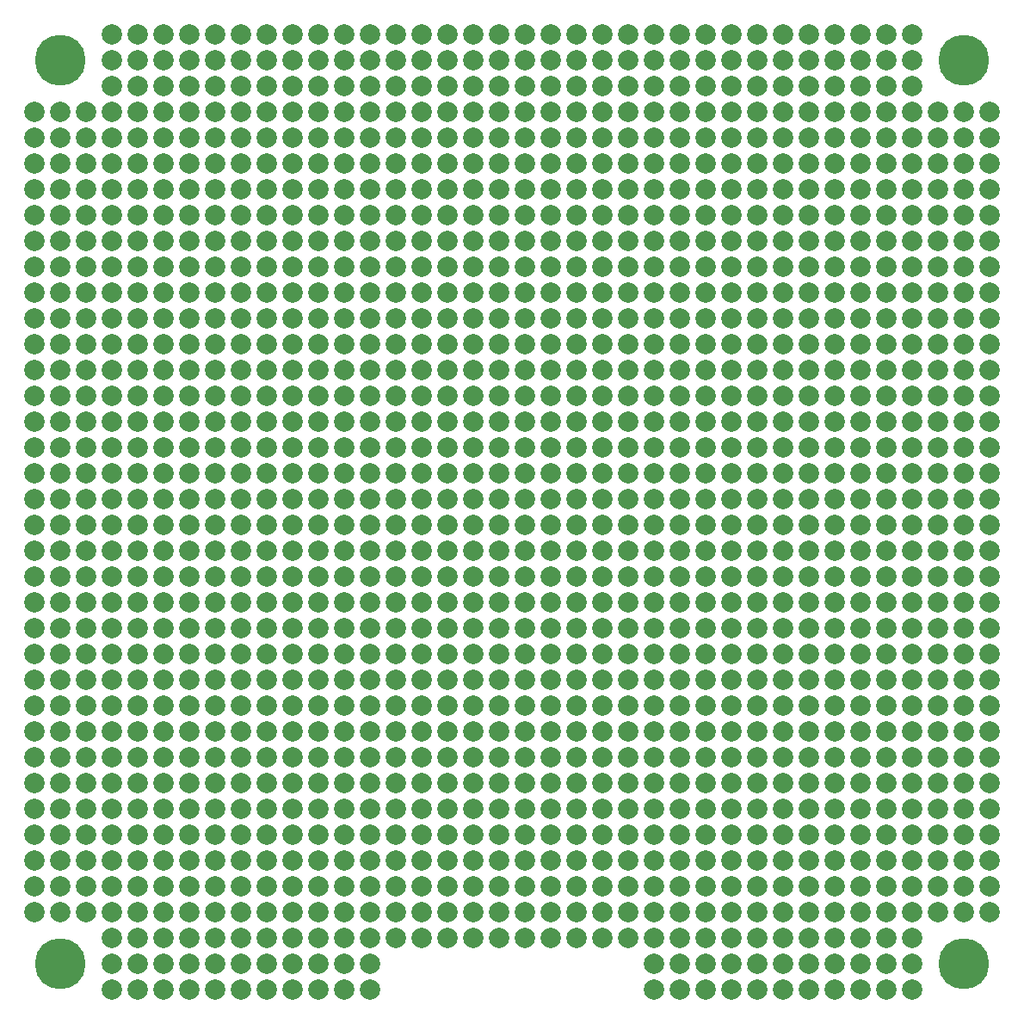
<source format=gts>
%TF.GenerationSoftware,KiCad,Pcbnew,7.0.2*%
%TF.CreationDate,2023-04-30T21:26:10+08:00*%
%TF.ProjectId,UINIO-Peg-Board,55494e49-4f2d-4506-9567-2d426f617264,rev?*%
%TF.SameCoordinates,PXb951680PY32311f0*%
%TF.FileFunction,Soldermask,Top*%
%TF.FilePolarity,Negative*%
%FSLAX46Y46*%
G04 Gerber Fmt 4.6, Leading zero omitted, Abs format (unit mm)*
G04 Created by KiCad (PCBNEW 7.0.2) date 2023-04-30 21:26:10*
%MOMM*%
%LPD*%
G01*
G04 APERTURE LIST*
%ADD10C,2.000000*%
%ADD11C,5.000000*%
G04 APERTURE END LIST*
D10*
X-71664466Y-35945534D03*
X-25944466Y-71505534D03*
X-18324466Y-91825534D03*
X-89444466Y-13085534D03*
X-71664466Y-18165534D03*
X-31024466Y-8005534D03*
X-36104466Y-30865534D03*
X-84364466Y-56265534D03*
X-58964466Y-25785534D03*
X-544466Y-63885534D03*
X-51344466Y-15625534D03*
X-71664466Y-56265534D03*
X-544466Y-76585534D03*
X-91984466Y-20705534D03*
X-3084466Y-35945534D03*
X-15784466Y-10545534D03*
X-81824466Y-41025534D03*
X-15784466Y-30865534D03*
X-31024466Y-15625534D03*
X-76744466Y-35945534D03*
X-25944466Y-35945534D03*
X-74204466Y-91825534D03*
X-13244466Y-74045534D03*
X-84364466Y-91825534D03*
X1995534Y-76585534D03*
X-86904466Y-13085534D03*
X-33564466Y-5465534D03*
X-81824466Y-43565534D03*
X-79284466Y-94365534D03*
X-10704466Y-91825534D03*
X-31024466Y-28325534D03*
X-25944466Y-53725534D03*
X-53884466Y-2925534D03*
X-74204466Y-84205534D03*
X-5624466Y-25785534D03*
X-53884466Y-10545534D03*
X-79284466Y-58805534D03*
X-13244466Y-56265534D03*
X-76744466Y-13085534D03*
X-36104466Y-51185534D03*
X-13244466Y-46105534D03*
X-38644466Y-15625534D03*
X-15784466Y-48645534D03*
X-31024466Y-20705534D03*
X-28484466Y-33405534D03*
X-56424466Y-10545534D03*
X-13244466Y-48645534D03*
X-89444466Y-23245534D03*
X-56424466Y-56265534D03*
X-33564466Y-53725534D03*
X-79284466Y-48645534D03*
X-53884466Y-61345534D03*
X-76744466Y-74045534D03*
X-51344466Y-91825534D03*
X-28484466Y-25785534D03*
X-43724466Y-2925534D03*
X-61504466Y-8005534D03*
X-28484466Y-23245534D03*
X-64044466Y-76585534D03*
X-544466Y-48645534D03*
X-38644466Y-2925534D03*
X1995534Y-79125534D03*
X-13244466Y-71505534D03*
X-36104466Y-53725534D03*
X-86904466Y-66425534D03*
X-3084466Y-51185534D03*
D11*
X-544466Y-94365534D03*
D10*
X-10704466Y-71505534D03*
X-91984466Y-33405534D03*
X-46264466Y-23245534D03*
X-89444466Y-68965534D03*
X-48804466Y-51185534D03*
X-56424466Y-66425534D03*
X-18324466Y-25785534D03*
X-53884466Y-23245534D03*
X-58964466Y-68965534D03*
X-64044466Y-20705534D03*
X-43724466Y-25785534D03*
X-71664466Y-25785534D03*
X-91984466Y-89285534D03*
X-48804466Y-41025534D03*
X-81824466Y-13085534D03*
X-46264466Y-28325534D03*
X1995534Y-66425534D03*
X-51344466Y-58805534D03*
X-5624466Y-2925534D03*
X-15784466Y-46105534D03*
X-13244466Y-68965534D03*
X-86904466Y-43565534D03*
X-81824466Y-5465534D03*
X-89444466Y-89285534D03*
X-86904466Y-68965534D03*
X-61504466Y-25785534D03*
X-76744466Y-10545534D03*
X-43724466Y-71505534D03*
X-38644466Y-68965534D03*
X-41184466Y-84205534D03*
X-23404466Y-5465534D03*
X-58964466Y-48645534D03*
X-41184466Y-23245534D03*
X-56424466Y-71505534D03*
X-71664466Y-53725534D03*
X-48804466Y-71505534D03*
X-43724466Y-66425534D03*
X-46264466Y-86745534D03*
X-79284466Y-8005534D03*
X-64044466Y-68965534D03*
X-71664466Y-58805534D03*
X-86904466Y-58805534D03*
X-61504466Y-71505534D03*
X-25944466Y-79125534D03*
X-74204466Y-96905534D03*
X-18324466Y-61345534D03*
X-76744466Y-91825534D03*
X-71664466Y-41025534D03*
X-38644466Y-76585534D03*
X-43724466Y-74045534D03*
X-66584466Y-61345534D03*
X-64044466Y-71505534D03*
X-13244466Y-89285534D03*
X-5624466Y-89285534D03*
X-58964466Y-53725534D03*
X-38644466Y-79125534D03*
X-31024466Y-48645534D03*
X-36104466Y-10545534D03*
X-18324466Y-10545534D03*
X-46264466Y-35945534D03*
X-5624466Y-8005534D03*
X-61504466Y-48645534D03*
X-41184466Y-38485534D03*
X-544466Y-20705534D03*
X-66584466Y-84205534D03*
X-5624466Y-5465534D03*
X-36104466Y-61345534D03*
X-53884466Y-89285534D03*
X-18324466Y-8005534D03*
X-61504466Y-91825534D03*
X-61504466Y-66425534D03*
X-46264466Y-18165534D03*
X-64044466Y-33405534D03*
X-15784466Y-91825534D03*
X-48804466Y-81665534D03*
X-25944466Y-28325534D03*
X-33564466Y-23245534D03*
X-10704466Y-38485534D03*
X-74204466Y-18165534D03*
X-38644466Y-18165534D03*
X-58964466Y-8005534D03*
X-3084466Y-41025534D03*
X-13244466Y-43565534D03*
X-36104466Y-13085534D03*
X-31024466Y-61345534D03*
X-18324466Y-46105534D03*
X-33564466Y-28325534D03*
X-36104466Y-2925534D03*
X-28484466Y-41025534D03*
X-64044466Y-61345534D03*
X-10704466Y-8005534D03*
X-33564466Y-48645534D03*
X-79284466Y-18165534D03*
X-84364466Y-68965534D03*
X-76744466Y-76585534D03*
X-15784466Y-8005534D03*
X-79284466Y-84205534D03*
X-89444466Y-28325534D03*
X-51344466Y-18165534D03*
X-46264466Y-5465534D03*
X-64044466Y-53725534D03*
X-48804466Y-13085534D03*
X-79284466Y-89285534D03*
X-8164466Y-58805534D03*
X-18324466Y-94365534D03*
X-66584466Y-25785534D03*
X-66584466Y-91825534D03*
X-84364466Y-15625534D03*
X-79284466Y-53725534D03*
X-18324466Y-63885534D03*
X-48804466Y-28325534D03*
X-89444466Y-63885534D03*
X-544466Y-18165534D03*
X-5624466Y-51185534D03*
X-66584466Y-20705534D03*
X-51344466Y-66425534D03*
X-53884466Y-84205534D03*
X-43724466Y-76585534D03*
X-89444466Y-84205534D03*
X-41184466Y-33405534D03*
X-18324466Y-79125534D03*
X-31024466Y-25785534D03*
X-20864466Y-76585534D03*
X-46264466Y-53725534D03*
X-8164466Y-96905534D03*
X-56424466Y-86745534D03*
X-89444466Y-38485534D03*
X-41184466Y-30865534D03*
X1995534Y-71505534D03*
X-13244466Y-58805534D03*
X-48804466Y-79125534D03*
X-46264466Y-76585534D03*
X-31024466Y-94365534D03*
X-28484466Y-46105534D03*
X-31024466Y-79125534D03*
X-81824466Y-23245534D03*
X-51344466Y-13085534D03*
X-56424466Y-76585534D03*
X-43724466Y-43565534D03*
X-48804466Y-38485534D03*
X-56424466Y-58805534D03*
X-31024466Y-33405534D03*
X-69124466Y-35945534D03*
X-41184466Y-71505534D03*
X-18324466Y-84205534D03*
X-84364466Y-71505534D03*
X-46264466Y-38485534D03*
X-544466Y-10545534D03*
X-3084466Y-23245534D03*
X-91984466Y-43565534D03*
X-81824466Y-79125534D03*
X-71664466Y-61345534D03*
X-43724466Y-46105534D03*
X-51344466Y-81665534D03*
X-66584466Y-15625534D03*
X-48804466Y-63885534D03*
X-56424466Y-43565534D03*
X1995534Y-84205534D03*
X-69124466Y-30865534D03*
X-10704466Y-35945534D03*
X-66584466Y-35945534D03*
X-86904466Y-86745534D03*
X-23404466Y-94365534D03*
X-10704466Y-51185534D03*
X-81824466Y-94365534D03*
X-69124466Y-23245534D03*
X-51344466Y-79125534D03*
X-33564466Y-71505534D03*
X-64044466Y-28325534D03*
X-3084466Y-86745534D03*
X-58964466Y-81665534D03*
X1995534Y-86745534D03*
X-41184466Y-13085534D03*
X-48804466Y-15625534D03*
X-43724466Y-35945534D03*
X-43724466Y-61345534D03*
X-76744466Y-89285534D03*
X-74204466Y-35945534D03*
X-48804466Y-18165534D03*
X-46264466Y-91825534D03*
X-544466Y-86745534D03*
X-38644466Y-35945534D03*
X-33564466Y-58805534D03*
X-74204466Y-94365534D03*
X-3084466Y-84205534D03*
X-91984466Y-28325534D03*
X-43724466Y-53725534D03*
X-46264466Y-8005534D03*
X-61504466Y-5465534D03*
X-61504466Y-63885534D03*
X-20864466Y-58805534D03*
X-69124466Y-56265534D03*
X-10704466Y-10545534D03*
X-48804466Y-20705534D03*
X-3084466Y-66425534D03*
X-8164466Y-43565534D03*
X-3084466Y-33405534D03*
X-81824466Y-35945534D03*
X-18324466Y-66425534D03*
X-81824466Y-68965534D03*
X-46264466Y-30865534D03*
X-81824466Y-61345534D03*
X-89444466Y-81665534D03*
X-79284466Y-91825534D03*
X-64044466Y-35945534D03*
X-18324466Y-15625534D03*
X-58964466Y-96905534D03*
X-64044466Y-96905534D03*
X-10704466Y-43565534D03*
X-10704466Y-5465534D03*
X-15784466Y-35945534D03*
X-28484466Y-28325534D03*
X-33564466Y-35945534D03*
X-20864466Y-79125534D03*
X-86904466Y-30865534D03*
X-76744466Y-71505534D03*
X-56424466Y-41025534D03*
X-53884466Y-33405534D03*
X-15784466Y-86745534D03*
X-71664466Y-91825534D03*
X-48804466Y-53725534D03*
X-15784466Y-94365534D03*
X-46264466Y-20705534D03*
X-5624466Y-81665534D03*
X-91984466Y-41025534D03*
X-20864466Y-28325534D03*
X-33564466Y-79125534D03*
X-3084466Y-28325534D03*
X-28484466Y-10545534D03*
X-5624466Y-91825534D03*
X-13244466Y-5465534D03*
X-76744466Y-8005534D03*
X-25944466Y-18165534D03*
X-38644466Y-23245534D03*
X-56424466Y-51185534D03*
X-28484466Y-96905534D03*
X-91984466Y-10545534D03*
X-79284466Y-28325534D03*
X-79284466Y-71505534D03*
X-81824466Y-46105534D03*
X-64044466Y-51185534D03*
X-71664466Y-94365534D03*
X-79284466Y-63885534D03*
X-15784466Y-61345534D03*
X-79284466Y-2925534D03*
X-28484466Y-81665534D03*
X-51344466Y-74045534D03*
X1995534Y-23245534D03*
X-544466Y-53725534D03*
X-56424466Y-84205534D03*
X-61504466Y-18165534D03*
X-51344466Y-8005534D03*
X-79284466Y-86745534D03*
X-74204466Y-15625534D03*
X-15784466Y-2925534D03*
X-23404466Y-79125534D03*
X-544466Y-71505534D03*
X1995534Y-35945534D03*
X-81824466Y-18165534D03*
X-20864466Y-30865534D03*
X-64044466Y-81665534D03*
X-15784466Y-23245534D03*
X-23404466Y-91825534D03*
X-23404466Y-86745534D03*
X-53884466Y-8005534D03*
X-10704466Y-61345534D03*
X-41184466Y-10545534D03*
X-61504466Y-51185534D03*
X-91984466Y-48645534D03*
X-48804466Y-35945534D03*
X-46264466Y-43565534D03*
X-89444466Y-15625534D03*
X-28484466Y-13085534D03*
X-43724466Y-13085534D03*
X-86904466Y-61345534D03*
X-79284466Y-20705534D03*
X-20864466Y-23245534D03*
X-71664466Y-96905534D03*
X-58964466Y-30865534D03*
X-33564466Y-91825534D03*
X-3084466Y-13085534D03*
X-79284466Y-51185534D03*
X-64044466Y-25785534D03*
X-31024466Y-63885534D03*
X-13244466Y-84205534D03*
X-10704466Y-89285534D03*
X-46264466Y-89285534D03*
X-46264466Y-66425534D03*
X-74204466Y-74045534D03*
X1995534Y-20705534D03*
X-13244466Y-79125534D03*
X-76744466Y-15625534D03*
X-18324466Y-53725534D03*
X-58964466Y-79125534D03*
X-53884466Y-68965534D03*
X-18324466Y-89285534D03*
X-58964466Y-38485534D03*
X-43724466Y-58805534D03*
X-76744466Y-66425534D03*
X-64044466Y-48645534D03*
X-5624466Y-30865534D03*
X-58964466Y-51185534D03*
X-10704466Y-23245534D03*
X-61504466Y-23245534D03*
X-58964466Y-66425534D03*
X-69124466Y-41025534D03*
X-51344466Y-89285534D03*
X-91984466Y-23245534D03*
X-61504466Y-53725534D03*
X-28484466Y-61345534D03*
X1995534Y-18165534D03*
X-51344466Y-33405534D03*
X-64044466Y-8005534D03*
X-23404466Y-8005534D03*
X-74204466Y-8005534D03*
X-51344466Y-23245534D03*
X-25944466Y-58805534D03*
X-43724466Y-84205534D03*
X-15784466Y-51185534D03*
X-61504466Y-76585534D03*
X-31024466Y-89285534D03*
X-25944466Y-81665534D03*
X-51344466Y-51185534D03*
X-23404466Y-23245534D03*
X-544466Y-35945534D03*
X-76744466Y-46105534D03*
X-28484466Y-51185534D03*
X-53884466Y-15625534D03*
X-3084466Y-74045534D03*
X-28484466Y-38485534D03*
X1995534Y-13085534D03*
X-20864466Y-61345534D03*
X-79284466Y-68965534D03*
X-3084466Y-10545534D03*
X-51344466Y-61345534D03*
X-25944466Y-10545534D03*
X-46264466Y-84205534D03*
X-8164466Y-56265534D03*
X-41184466Y-76585534D03*
X-36104466Y-23245534D03*
X-84364466Y-86745534D03*
X-5624466Y-13085534D03*
X-10704466Y-2925534D03*
X-66584466Y-94365534D03*
X-69124466Y-15625534D03*
X-3084466Y-18165534D03*
X-23404466Y-38485534D03*
X-61504466Y-81665534D03*
X-66584466Y-86745534D03*
X-81824466Y-48645534D03*
X-69124466Y-58805534D03*
X-13244466Y-8005534D03*
X-3084466Y-81665534D03*
X-66584466Y-68965534D03*
X-69124466Y-5465534D03*
X-46264466Y-51185534D03*
X-66584466Y-56265534D03*
X-58964466Y-61345534D03*
X-18324466Y-18165534D03*
X-3084466Y-58805534D03*
X-61504466Y-46105534D03*
X-31024466Y-58805534D03*
D11*
X-89444466Y-94365534D03*
D10*
X-13244466Y-41025534D03*
X-48804466Y-10545534D03*
X-66584466Y-8005534D03*
X-53884466Y-38485534D03*
X-76744466Y-38485534D03*
X-20864466Y-18165534D03*
X-43724466Y-51185534D03*
X-25944466Y-86745534D03*
X-18324466Y-51185534D03*
X-64044466Y-30865534D03*
X-8164466Y-68965534D03*
X-74204466Y-20705534D03*
X-71664466Y-84205534D03*
X-51344466Y-43565534D03*
X-79284466Y-41025534D03*
X-41184466Y-20705534D03*
X-18324466Y-13085534D03*
X1995534Y-48645534D03*
X-61504466Y-43565534D03*
X1995534Y-43565534D03*
X-33564466Y-13085534D03*
X-76744466Y-86745534D03*
X-28484466Y-2925534D03*
X-41184466Y-35945534D03*
X-3084466Y-43565534D03*
X-33564466Y-38485534D03*
X-15784466Y-96905534D03*
X-64044466Y-74045534D03*
X-69124466Y-46105534D03*
X-61504466Y-79125534D03*
X-74204466Y-51185534D03*
X-48804466Y-46105534D03*
X-71664466Y-28325534D03*
X-20864466Y-74045534D03*
X-5624466Y-84205534D03*
X-544466Y-23245534D03*
X-23404466Y-35945534D03*
X-74204466Y-56265534D03*
X-13244466Y-13085534D03*
X-69124466Y-94365534D03*
X1995534Y-33405534D03*
X-48804466Y-8005534D03*
X-91984466Y-71505534D03*
X-53884466Y-58805534D03*
X-53884466Y-28325534D03*
X-5624466Y-33405534D03*
X-544466Y-30865534D03*
X-58964466Y-23245534D03*
X-31024466Y-74045534D03*
X-15784466Y-71505534D03*
X-69124466Y-20705534D03*
X-10704466Y-79125534D03*
X-33564466Y-76585534D03*
X-51344466Y-5465534D03*
X-71664466Y-51185534D03*
X-74204466Y-25785534D03*
X-8164466Y-46105534D03*
X-69124466Y-91825534D03*
X-76744466Y-2925534D03*
X-69124466Y-84205534D03*
X-69124466Y-43565534D03*
X-84364466Y-66425534D03*
X-10704466Y-41025534D03*
X-79284466Y-23245534D03*
X-43724466Y-33405534D03*
X-56424466Y-74045534D03*
X-18324466Y-76585534D03*
X-544466Y-51185534D03*
X-69124466Y-53725534D03*
X-81824466Y-86745534D03*
X-8164466Y-71505534D03*
X-15784466Y-58805534D03*
X-31024466Y-56265534D03*
X-66584466Y-71505534D03*
X-13244466Y-66425534D03*
X1995534Y-28325534D03*
X-31024466Y-5465534D03*
X-38644466Y-86745534D03*
X-53884466Y-20705534D03*
X-20864466Y-96905534D03*
X-91984466Y-81665534D03*
X-86904466Y-89285534D03*
X-38644466Y-28325534D03*
X-5624466Y-96905534D03*
X-38644466Y-43565534D03*
X-5624466Y-46105534D03*
X-13244466Y-18165534D03*
X-36104466Y-66425534D03*
X-25944466Y-61345534D03*
X-23404466Y-25785534D03*
X-38644466Y-91825534D03*
X-10704466Y-28325534D03*
X-5624466Y-68965534D03*
X-69124466Y-2925534D03*
X-84364466Y-28325534D03*
X-66584466Y-23245534D03*
X-25944466Y-23245534D03*
X-84364466Y-58805534D03*
X-41184466Y-41025534D03*
X-71664466Y-5465534D03*
X-43724466Y-89285534D03*
X-33564466Y-8005534D03*
X-20864466Y-15625534D03*
X-20864466Y-41025534D03*
X-8164466Y-30865534D03*
X-8164466Y-10545534D03*
X-41184466Y-58805534D03*
X-28484466Y-84205534D03*
X-58964466Y-58805534D03*
X-33564466Y-46105534D03*
X-81824466Y-84205534D03*
X-3084466Y-25785534D03*
X-38644466Y-5465534D03*
X1995534Y-46105534D03*
X-48804466Y-84205534D03*
X-43724466Y-56265534D03*
X-74204466Y-38485534D03*
X-15784466Y-20705534D03*
X-58964466Y-74045534D03*
X-10704466Y-63885534D03*
X-41184466Y-56265534D03*
X-41184466Y-2925534D03*
X-56424466Y-5465534D03*
X-20864466Y-66425534D03*
X-74204466Y-30865534D03*
X-20864466Y-8005534D03*
X-36104466Y-68965534D03*
X-544466Y-58805534D03*
X-544466Y-74045534D03*
X-36104466Y-18165534D03*
X-61504466Y-15625534D03*
X-8164466Y-91825534D03*
X-86904466Y-81665534D03*
X-25944466Y-20705534D03*
X-25944466Y-48645534D03*
X-74204466Y-41025534D03*
X-20864466Y-2925534D03*
X-56424466Y-38485534D03*
X-31024466Y-91825534D03*
X-544466Y-61345534D03*
X-15784466Y-76585534D03*
X-31024466Y-71505534D03*
X-8164466Y-48645534D03*
X-56424466Y-61345534D03*
X-48804466Y-74045534D03*
X-74204466Y-53725534D03*
X-36104466Y-63885534D03*
X-86904466Y-71505534D03*
X-69124466Y-18165534D03*
X-18324466Y-86745534D03*
X-8164466Y-89285534D03*
X-20864466Y-89285534D03*
X-10704466Y-46105534D03*
X-86904466Y-41025534D03*
X-36104466Y-48645534D03*
X-86904466Y-76585534D03*
X-41184466Y-28325534D03*
X-38644466Y-38485534D03*
X-33564466Y-66425534D03*
X1995534Y-10545534D03*
X-28484466Y-30865534D03*
X-51344466Y-25785534D03*
X-25944466Y-74045534D03*
X-5624466Y-86745534D03*
X-91984466Y-74045534D03*
X-25944466Y-89285534D03*
X-5624466Y-74045534D03*
X-69124466Y-28325534D03*
X-46264466Y-2925534D03*
X-20864466Y-48645534D03*
X-58964466Y-91825534D03*
X1995534Y-61345534D03*
X-89444466Y-51185534D03*
X-23404466Y-53725534D03*
X-5624466Y-15625534D03*
X-84364466Y-79125534D03*
X-31024466Y-10545534D03*
X-76744466Y-53725534D03*
X-61504466Y-58805534D03*
X-13244466Y-20705534D03*
X-28484466Y-71505534D03*
X-8164466Y-38485534D03*
X-15784466Y-74045534D03*
X-23404466Y-58805534D03*
X-51344466Y-76585534D03*
X-31024466Y-18165534D03*
D11*
X-89444466Y-5465534D03*
D10*
X-5624466Y-28325534D03*
X-10704466Y-58805534D03*
X-66584466Y-30865534D03*
X-69124466Y-66425534D03*
X-84364466Y-5465534D03*
X1995534Y-81665534D03*
X-81824466Y-10545534D03*
X-20864466Y-68965534D03*
X-41184466Y-18165534D03*
X-544466Y-79125534D03*
X-13244466Y-86745534D03*
X-23404466Y-28325534D03*
X-76744466Y-51185534D03*
X-13244466Y-76585534D03*
X-43724466Y-63885534D03*
X-41184466Y-43565534D03*
X-86904466Y-84205534D03*
X-8164466Y-79125534D03*
X-74204466Y-28325534D03*
X-36104466Y-89285534D03*
X-79284466Y-38485534D03*
X-86904466Y-63885534D03*
X-76744466Y-68965534D03*
X-41184466Y-25785534D03*
X1995534Y-30865534D03*
X-8164466Y-66425534D03*
X-71664466Y-10545534D03*
X-544466Y-33405534D03*
X-79284466Y-56265534D03*
X-48804466Y-25785534D03*
X-41184466Y-66425534D03*
X-89444466Y-41025534D03*
X-58964466Y-46105534D03*
X-86904466Y-48645534D03*
X-13244466Y-38485534D03*
X-10704466Y-86745534D03*
X-86904466Y-51185534D03*
X-64044466Y-91825534D03*
X-71664466Y-48645534D03*
X-56424466Y-53725534D03*
X-20864466Y-56265534D03*
X-46264466Y-56265534D03*
X-51344466Y-48645534D03*
X-20864466Y-38485534D03*
X-15784466Y-41025534D03*
X-81824466Y-8005534D03*
X-89444466Y-74045534D03*
X-51344466Y-56265534D03*
X-66584466Y-58805534D03*
X-84364466Y-48645534D03*
X-81824466Y-15625534D03*
X-89444466Y-18165534D03*
X-56424466Y-8005534D03*
X-64044466Y-86745534D03*
X-58964466Y-71505534D03*
X-51344466Y-38485534D03*
X-28484466Y-89285534D03*
X-61504466Y-94365534D03*
X-13244466Y-94365534D03*
X-66584466Y-2925534D03*
X-13244466Y-30865534D03*
X-43724466Y-68965534D03*
X-38644466Y-48645534D03*
X-56424466Y-28325534D03*
X-31024466Y-30865534D03*
X-53884466Y-56265534D03*
X-20864466Y-63885534D03*
X-76744466Y-43565534D03*
X-5624466Y-53725534D03*
X-91984466Y-15625534D03*
X-20864466Y-81665534D03*
X-5624466Y-38485534D03*
X-71664466Y-74045534D03*
X-84364466Y-23245534D03*
X-10704466Y-76585534D03*
X-544466Y-28325534D03*
X-25944466Y-2925534D03*
X-71664466Y-66425534D03*
X-91984466Y-25785534D03*
X-23404466Y-13085534D03*
X-8164466Y-84205534D03*
X-64044466Y-5465534D03*
X-48804466Y-48645534D03*
X-84364466Y-41025534D03*
X-74204466Y-10545534D03*
X-18324466Y-5465534D03*
X-76744466Y-5465534D03*
X-64044466Y-41025534D03*
X-33564466Y-20705534D03*
X-69124466Y-74045534D03*
X-3084466Y-56265534D03*
X-18324466Y-68965534D03*
X-66584466Y-96905534D03*
X-25944466Y-94365534D03*
X-10704466Y-66425534D03*
X-69124466Y-10545534D03*
X-38644466Y-33405534D03*
X-76744466Y-28325534D03*
X-86904466Y-35945534D03*
X-15784466Y-84205534D03*
X-69124466Y-76585534D03*
X-38644466Y-63885534D03*
X-33564466Y-63885534D03*
X-46264466Y-48645534D03*
X-53884466Y-79125534D03*
X-86904466Y-56265534D03*
X-89444466Y-48645534D03*
X-53884466Y-35945534D03*
X-18324466Y-35945534D03*
X-76744466Y-23245534D03*
X-43724466Y-79125534D03*
X-28484466Y-94365534D03*
X-71664466Y-43565534D03*
X-76744466Y-79125534D03*
X-41184466Y-89285534D03*
X-89444466Y-66425534D03*
X-31024466Y-86745534D03*
X-53884466Y-30865534D03*
X-61504466Y-56265534D03*
X-3084466Y-76585534D03*
X-36104466Y-38485534D03*
X-58964466Y-63885534D03*
X-48804466Y-61345534D03*
X-61504466Y-41025534D03*
X-5624466Y-56265534D03*
X-33564466Y-18165534D03*
X-38644466Y-8005534D03*
X-86904466Y-79125534D03*
X-43724466Y-5465534D03*
X-58964466Y-28325534D03*
X-23404466Y-15625534D03*
X-38644466Y-25785534D03*
X-38644466Y-61345534D03*
X1995534Y-53725534D03*
X-38644466Y-71505534D03*
X-56424466Y-48645534D03*
X-10704466Y-15625534D03*
X-36104466Y-81665534D03*
X-36104466Y-56265534D03*
X-41184466Y-5465534D03*
X-18324466Y-96905534D03*
X-8164466Y-61345534D03*
X-48804466Y-89285534D03*
X-28484466Y-58805534D03*
X-76744466Y-30865534D03*
X-81824466Y-66425534D03*
X-61504466Y-84205534D03*
X-79284466Y-46105534D03*
X-84364466Y-10545534D03*
X-89444466Y-43565534D03*
X-48804466Y-91825534D03*
X-23404466Y-46105534D03*
X-69124466Y-71505534D03*
X-66584466Y-48645534D03*
X-10704466Y-84205534D03*
X-46264466Y-74045534D03*
X-79284466Y-33405534D03*
X-91984466Y-13085534D03*
X-23404466Y-43565534D03*
X-25944466Y-51185534D03*
X-74204466Y-66425534D03*
X-79284466Y-30865534D03*
X-13244466Y-23245534D03*
X-69124466Y-86745534D03*
X-38644466Y-20705534D03*
X-41184466Y-15625534D03*
X-61504466Y-28325534D03*
X-15784466Y-5465534D03*
X-38644466Y-13085534D03*
X-84364466Y-20705534D03*
X-18324466Y-20705534D03*
X-13244466Y-2925534D03*
X-84364466Y-33405534D03*
X-84364466Y-8005534D03*
X-46264466Y-68965534D03*
X-86904466Y-15625534D03*
X-25944466Y-41025534D03*
X-33564466Y-68965534D03*
X-89444466Y-35945534D03*
X-74204466Y-89285534D03*
X-86904466Y-46105534D03*
X-8164466Y-5465534D03*
X-544466Y-41025534D03*
X-13244466Y-33405534D03*
X-84364466Y-74045534D03*
X-74204466Y-58805534D03*
X-61504466Y-96905534D03*
X-23404466Y-89285534D03*
X-89444466Y-79125534D03*
X-23404466Y-81665534D03*
X-38644466Y-51185534D03*
X-10704466Y-74045534D03*
X-71664466Y-8005534D03*
X-69124466Y-89285534D03*
X-8164466Y-63885534D03*
X-5624466Y-18165534D03*
X-13244466Y-81665534D03*
X-69124466Y-81665534D03*
X-36104466Y-41025534D03*
X-84364466Y-89285534D03*
X-25944466Y-33405534D03*
X-38644466Y-10545534D03*
X-74204466Y-5465534D03*
X-15784466Y-89285534D03*
X-36104466Y-5465534D03*
X-71664466Y-63885534D03*
X-31024466Y-84205534D03*
X-3084466Y-48645534D03*
X-3084466Y-79125534D03*
X-71664466Y-68965534D03*
X-91984466Y-58805534D03*
X-79284466Y-81665534D03*
X-58964466Y-86745534D03*
X-79284466Y-61345534D03*
X-48804466Y-43565534D03*
X-23404466Y-10545534D03*
X-36104466Y-28325534D03*
X-56424466Y-20705534D03*
X-53884466Y-91825534D03*
X-31024466Y-41025534D03*
X-20864466Y-86745534D03*
X-84364466Y-63885534D03*
X-46264466Y-13085534D03*
X1995534Y-51185534D03*
X-25944466Y-96905534D03*
X-89444466Y-30865534D03*
X-51344466Y-20705534D03*
X-31024466Y-96905534D03*
X-89444466Y-53725534D03*
X-10704466Y-20705534D03*
X-69124466Y-68965534D03*
X-25944466Y-46105534D03*
X1995534Y-58805534D03*
X-53884466Y-18165534D03*
X-8164466Y-15625534D03*
X-41184466Y-74045534D03*
X-20864466Y-35945534D03*
X-53884466Y-71505534D03*
X-58964466Y-10545534D03*
X-25944466Y-8005534D03*
X-41184466Y-79125534D03*
X-48804466Y-58805534D03*
X-79284466Y-76585534D03*
X-18324466Y-28325534D03*
X-76744466Y-81665534D03*
X-36104466Y-84205534D03*
X-46264466Y-63885534D03*
X-79284466Y-10545534D03*
X-36104466Y-86745534D03*
X-89444466Y-46105534D03*
X-89444466Y-58805534D03*
X-58964466Y-94365534D03*
X-91984466Y-79125534D03*
X-71664466Y-79125534D03*
X-66584466Y-41025534D03*
X-15784466Y-25785534D03*
X-13244466Y-35945534D03*
X-76744466Y-20705534D03*
X-31024466Y-81665534D03*
X-74204466Y-23245534D03*
X-31024466Y-13085534D03*
X-13244466Y-15625534D03*
X-18324466Y-23245534D03*
X-89444466Y-20705534D03*
X-41184466Y-68965534D03*
X-25944466Y-30865534D03*
X1995534Y-41025534D03*
X-3084466Y-68965534D03*
X-91984466Y-53725534D03*
X-23404466Y-18165534D03*
X-41184466Y-51185534D03*
X-28484466Y-76585534D03*
X-36104466Y-43565534D03*
X-43724466Y-20705534D03*
X-51344466Y-84205534D03*
X-56424466Y-89285534D03*
X-66584466Y-79125534D03*
X-10704466Y-56265534D03*
X-74204466Y-68965534D03*
X-71664466Y-13085534D03*
X-18324466Y-48645534D03*
X-84364466Y-94365534D03*
X-66584466Y-89285534D03*
X-15784466Y-18165534D03*
X-544466Y-13085534D03*
X-53884466Y-43565534D03*
X-56424466Y-33405534D03*
X-64044466Y-23245534D03*
X-48804466Y-5465534D03*
X-91984466Y-46105534D03*
X-46264466Y-81665534D03*
X-544466Y-81665534D03*
X-5624466Y-66425534D03*
X-5624466Y-48645534D03*
X-5624466Y-63885534D03*
X-76744466Y-56265534D03*
X-79284466Y-35945534D03*
X-53884466Y-48645534D03*
X-10704466Y-68965534D03*
X-89444466Y-25785534D03*
X-33564466Y-43565534D03*
X-48804466Y-56265534D03*
X-56424466Y-23245534D03*
X-20864466Y-43565534D03*
X-66584466Y-18165534D03*
D11*
X-544466Y-5465534D03*
D10*
X-33564466Y-74045534D03*
X-81824466Y-20705534D03*
X-51344466Y-71505534D03*
X-544466Y-46105534D03*
X-43724466Y-15625534D03*
X-56424466Y-68965534D03*
X-15784466Y-15625534D03*
X-48804466Y-76585534D03*
X-23404466Y-41025534D03*
X-13244466Y-25785534D03*
X-74204466Y-46105534D03*
X-64044466Y-94365534D03*
X-41184466Y-53725534D03*
X-81824466Y-76585534D03*
X-81824466Y-30865534D03*
X-91984466Y-84205534D03*
X-71664466Y-81665534D03*
X-66584466Y-28325534D03*
X-81824466Y-74045534D03*
X-25944466Y-68965534D03*
X-43724466Y-91825534D03*
X-64044466Y-46105534D03*
X-38644466Y-56265534D03*
X-5624466Y-35945534D03*
X-91984466Y-18165534D03*
X-15784466Y-38485534D03*
X-91984466Y-86745534D03*
X-544466Y-68965534D03*
X-23404466Y-61345534D03*
X-56424466Y-15625534D03*
X-33564466Y-30865534D03*
X-33564466Y-41025534D03*
X-84364466Y-96905534D03*
X-18324466Y-38485534D03*
X-28484466Y-56265534D03*
X-20864466Y-33405534D03*
X-25944466Y-84205534D03*
X-51344466Y-10545534D03*
X-64044466Y-13085534D03*
X-33564466Y-89285534D03*
X-61504466Y-10545534D03*
X-36104466Y-91825534D03*
X-25944466Y-66425534D03*
X-58964466Y-84205534D03*
X-61504466Y-68965534D03*
X-69124466Y-33405534D03*
X-64044466Y-89285534D03*
X-36104466Y-33405534D03*
X-74204466Y-61345534D03*
X-81824466Y-63885534D03*
X-18324466Y-43565534D03*
X-10704466Y-25785534D03*
X-544466Y-25785534D03*
X-66584466Y-5465534D03*
X-46264466Y-41025534D03*
X-71664466Y-89285534D03*
X-3084466Y-38485534D03*
X-79284466Y-25785534D03*
X-18324466Y-56265534D03*
X-71664466Y-20705534D03*
X-28484466Y-68965534D03*
X-3084466Y-63885534D03*
X-51344466Y-41025534D03*
X-5624466Y-94365534D03*
X-33564466Y-25785534D03*
X-74204466Y-2925534D03*
X-8164466Y-18165534D03*
X-28484466Y-5465534D03*
X-84364466Y-38485534D03*
X-544466Y-15625534D03*
X-10704466Y-96905534D03*
X-64044466Y-58805534D03*
X-544466Y-84205534D03*
X-79284466Y-15625534D03*
X-48804466Y-68965534D03*
X-61504466Y-33405534D03*
X-76744466Y-48645534D03*
X-81824466Y-28325534D03*
X-66584466Y-33405534D03*
X-58964466Y-13085534D03*
X-91984466Y-61345534D03*
X-23404466Y-20705534D03*
X-74204466Y-33405534D03*
X-13244466Y-10545534D03*
X-5624466Y-41025534D03*
X-46264466Y-15625534D03*
X-51344466Y-68965534D03*
X-74204466Y-86745534D03*
X-43724466Y-81665534D03*
X-33564466Y-15625534D03*
X-25944466Y-43565534D03*
X-66584466Y-76585534D03*
X-84364466Y-35945534D03*
X-31024466Y-46105534D03*
X-69124466Y-8005534D03*
X-91984466Y-51185534D03*
X-64044466Y-38485534D03*
X-25944466Y-15625534D03*
X-28484466Y-66425534D03*
X-71664466Y-15625534D03*
X-15784466Y-56265534D03*
X-53884466Y-53725534D03*
X-8164466Y-23245534D03*
X-81824466Y-25785534D03*
X-86904466Y-28325534D03*
X-74204466Y-81665534D03*
X-56424466Y-63885534D03*
X-79284466Y-79125534D03*
X-64044466Y-84205534D03*
X-48804466Y-33405534D03*
X-76744466Y-33405534D03*
X-28484466Y-79125534D03*
X-79284466Y-96905534D03*
X-10704466Y-30865534D03*
X-23404466Y-2925534D03*
X-43724466Y-30865534D03*
X-66584466Y-43565534D03*
X-38644466Y-89285534D03*
X-23404466Y-71505534D03*
X-53884466Y-76585534D03*
X-48804466Y-86745534D03*
X-20864466Y-53725534D03*
X-56424466Y-91825534D03*
X-38644466Y-58805534D03*
X-41184466Y-61345534D03*
X-66584466Y-53725534D03*
X-8164466Y-94365534D03*
X-61504466Y-13085534D03*
X-31024466Y-53725534D03*
X-53884466Y-86745534D03*
X-544466Y-38485534D03*
X-8164466Y-41025534D03*
X-38644466Y-46105534D03*
X-33564466Y-81665534D03*
X-13244466Y-61345534D03*
X-544466Y-89285534D03*
X-84364466Y-18165534D03*
X-38644466Y-81665534D03*
X-51344466Y-53725534D03*
X-36104466Y-46105534D03*
X-56424466Y-13085534D03*
X-76744466Y-96905534D03*
X1995534Y-74045534D03*
X-89444466Y-61345534D03*
X-18324466Y-71505534D03*
X-8164466Y-20705534D03*
X-43724466Y-38485534D03*
X-25944466Y-38485534D03*
X-3084466Y-71505534D03*
X-23404466Y-48645534D03*
X-58964466Y-5465534D03*
X-31024466Y-66425534D03*
X-20864466Y-10545534D03*
X-89444466Y-33405534D03*
X-38644466Y-84205534D03*
X-64044466Y-43565534D03*
X1995534Y-25785534D03*
X-31024466Y-35945534D03*
X-25944466Y-76585534D03*
X-61504466Y-74045534D03*
X-15784466Y-28325534D03*
X-56424466Y-81665534D03*
X-79284466Y-43565534D03*
X-51344466Y-86745534D03*
X-74204466Y-13085534D03*
X-66584466Y-63885534D03*
X-18324466Y-33405534D03*
X-20864466Y-94365534D03*
X-38644466Y-66425534D03*
X-544466Y-43565534D03*
X-86904466Y-38485534D03*
X-51344466Y-35945534D03*
X-84364466Y-81665534D03*
X-69124466Y-38485534D03*
X-20864466Y-91825534D03*
X-69124466Y-25785534D03*
X-81824466Y-89285534D03*
X-58964466Y-35945534D03*
X-89444466Y-86745534D03*
X-41184466Y-81665534D03*
X-56424466Y-79125534D03*
X-15784466Y-79125534D03*
X-76744466Y-18165534D03*
X-41184466Y-8005534D03*
X-69124466Y-63885534D03*
X-86904466Y-18165534D03*
X-18324466Y-81665534D03*
X-91984466Y-56265534D03*
X-61504466Y-2925534D03*
X-8164466Y-74045534D03*
X-15784466Y-81665534D03*
X-56424466Y-25785534D03*
X-3084466Y-15625534D03*
X-71664466Y-86745534D03*
X-56424466Y-30865534D03*
X-91984466Y-68965534D03*
X-544466Y-56265534D03*
X-25944466Y-13085534D03*
X-10704466Y-48645534D03*
X-36104466Y-35945534D03*
X-86904466Y-10545534D03*
X-5624466Y-61345534D03*
X-43724466Y-18165534D03*
X-69124466Y-96905534D03*
X-23404466Y-66425534D03*
X-28484466Y-15625534D03*
X-10704466Y-13085534D03*
X-5624466Y-23245534D03*
X-3084466Y-20705534D03*
X-20864466Y-13085534D03*
X-38644466Y-30865534D03*
X-61504466Y-89285534D03*
X-56424466Y-2925534D03*
X-20864466Y-46105534D03*
X-81824466Y-2925534D03*
X-5624466Y-79125534D03*
X-41184466Y-91825534D03*
X-18324466Y-30865534D03*
X-13244466Y-53725534D03*
X-84364466Y-51185534D03*
X-8164466Y-2925534D03*
X-64044466Y-66425534D03*
X-33564466Y-61345534D03*
X-66584466Y-46105534D03*
X-10704466Y-18165534D03*
X-41184466Y-46105534D03*
X-18324466Y-2925534D03*
X-64044466Y-2925534D03*
X-81824466Y-58805534D03*
X-36104466Y-15625534D03*
X-8164466Y-8005534D03*
X-51344466Y-46105534D03*
X-84364466Y-84205534D03*
X-48804466Y-23245534D03*
X-64044466Y-10545534D03*
X-53884466Y-81665534D03*
X-3084466Y-30865534D03*
X-10704466Y-53725534D03*
X-58964466Y-56265534D03*
X-31024466Y-68965534D03*
X-58964466Y-43565534D03*
X-28484466Y-18165534D03*
X-8164466Y-76585534D03*
X-79284466Y-66425534D03*
X-43724466Y-23245534D03*
X-69124466Y-79125534D03*
X1995534Y-56265534D03*
X-23404466Y-33405534D03*
X-58964466Y-41025534D03*
X-74204466Y-71505534D03*
X1995534Y-38485534D03*
X-43724466Y-41025534D03*
X-46264466Y-33405534D03*
X-61504466Y-86745534D03*
X-86904466Y-25785534D03*
X-86904466Y-33405534D03*
X-79284466Y-74045534D03*
X-23404466Y-74045534D03*
X-61504466Y-61345534D03*
X-53884466Y-13085534D03*
X-53884466Y-41025534D03*
X-46264466Y-46105534D03*
X-33564466Y-51185534D03*
X-74204466Y-48645534D03*
X-71664466Y-30865534D03*
X-71664466Y-38485534D03*
X-10704466Y-81665534D03*
X-86904466Y-53725534D03*
X-69124466Y-61345534D03*
X-86904466Y-20705534D03*
X-64044466Y-63885534D03*
X-84364466Y-53725534D03*
X-5624466Y-43565534D03*
X-10704466Y-33405534D03*
X-79284466Y-5465534D03*
X-28484466Y-74045534D03*
X-5624466Y-10545534D03*
X-43724466Y-28325534D03*
X-28484466Y-20705534D03*
X-36104466Y-58805534D03*
X-91984466Y-30865534D03*
X-81824466Y-91825534D03*
X-43724466Y-48645534D03*
X-91984466Y-76585534D03*
X-20864466Y-5465534D03*
X-61504466Y-20705534D03*
X-23404466Y-84205534D03*
X-76744466Y-63885534D03*
X-18324466Y-41025534D03*
X-33564466Y-10545534D03*
X-36104466Y-76585534D03*
X-58964466Y-33405534D03*
X-84364466Y-30865534D03*
X-66584466Y-74045534D03*
X-71664466Y-2925534D03*
X-91984466Y-38485534D03*
X-46264466Y-61345534D03*
X-41184466Y-86745534D03*
X-61504466Y-30865534D03*
X-8164466Y-28325534D03*
X1995534Y-15625534D03*
X-91984466Y-66425534D03*
X-79284466Y-13085534D03*
X-46264466Y-71505534D03*
X-15784466Y-43565534D03*
X-15784466Y-33405534D03*
X-8164466Y-51185534D03*
X-8164466Y-86745534D03*
X-23404466Y-68965534D03*
X-84364466Y-76585534D03*
X-56424466Y-46105534D03*
X-46264466Y-10545534D03*
X-8164466Y-53725534D03*
X-43724466Y-86745534D03*
X-10704466Y-94365534D03*
X-53884466Y-66425534D03*
X-51344466Y-63885534D03*
X-31024466Y-76585534D03*
X-8164466Y-33405534D03*
X-71664466Y-76585534D03*
X-25944466Y-91825534D03*
X-81824466Y-53725534D03*
X-64044466Y-56265534D03*
X-53884466Y-25785534D03*
X-36104466Y-74045534D03*
X-25944466Y-56265534D03*
X-5624466Y-58805534D03*
X-69124466Y-51185534D03*
X-36104466Y-71505534D03*
X-84364466Y-13085534D03*
X-86904466Y-23245534D03*
X-89444466Y-56265534D03*
X-28484466Y-8005534D03*
X-20864466Y-20705534D03*
X-58964466Y-76585534D03*
X-43724466Y-8005534D03*
X-38644466Y-41025534D03*
X-3084466Y-53725534D03*
X-15784466Y-13085534D03*
X-66584466Y-10545534D03*
X-64044466Y-15625534D03*
X-3084466Y-61345534D03*
X-31024466Y-2925534D03*
X-66584466Y-13085534D03*
X-28484466Y-48645534D03*
X-8164466Y-81665534D03*
X-84364466Y-61345534D03*
X-18324466Y-58805534D03*
X-13244466Y-63885534D03*
X-544466Y-66425534D03*
X-84364466Y-25785534D03*
X-66584466Y-66425534D03*
X-64044466Y-79125534D03*
X-51344466Y-28325534D03*
X-81824466Y-33405534D03*
X-76744466Y-84205534D03*
X-48804466Y-2925534D03*
X-51344466Y-2925534D03*
X-33564466Y-33405534D03*
X-71664466Y-71505534D03*
X-84364466Y-46105534D03*
X-28484466Y-86745534D03*
X-28484466Y-91825534D03*
X-76744466Y-61345534D03*
X-53884466Y-51185534D03*
X-13244466Y-91825534D03*
X-58964466Y-20705534D03*
X-8164466Y-13085534D03*
X-74204466Y-79125534D03*
X-13244466Y-28325534D03*
X-66584466Y-81665534D03*
X-58964466Y-89285534D03*
X-89444466Y-71505534D03*
X-8164466Y-25785534D03*
X-23404466Y-96905534D03*
X-13244466Y-96905534D03*
X-91984466Y-35945534D03*
X-81824466Y-56265534D03*
X-25944466Y-63885534D03*
X-36104466Y-25785534D03*
X-23404466Y-56265534D03*
X-18324466Y-74045534D03*
X-71664466Y-23245534D03*
X-20864466Y-84205534D03*
X-64044466Y-18165534D03*
X-25944466Y-25785534D03*
X-20864466Y-51185534D03*
X1995534Y-68965534D03*
X-31024466Y-51185534D03*
X-31024466Y-38485534D03*
X-23404466Y-63885534D03*
X-89444466Y-76585534D03*
X-3084466Y-46105534D03*
X-28484466Y-43565534D03*
X-81824466Y-51185534D03*
X-33564466Y-84205534D03*
X-5624466Y-76585534D03*
X-61504466Y-35945534D03*
X-33564466Y-56265534D03*
X-56424466Y-18165534D03*
X-46264466Y-79125534D03*
X-91984466Y-63885534D03*
X-89444466Y-10545534D03*
X-41184466Y-48645534D03*
X-76744466Y-58805534D03*
X-86904466Y-74045534D03*
X-66584466Y-38485534D03*
X-15784466Y-66425534D03*
X-33564466Y-86745534D03*
X-5624466Y-71505534D03*
X-84364466Y-43565534D03*
X-61504466Y-38485534D03*
X-36104466Y-20705534D03*
X-15784466Y-63885534D03*
X-48804466Y-66425534D03*
X-66584466Y-51185534D03*
X-31024466Y-23245534D03*
X-28484466Y-63885534D03*
X-38644466Y-74045534D03*
X-76744466Y-94365534D03*
X-74204466Y-76585534D03*
X-74204466Y-63885534D03*
X-20864466Y-71505534D03*
X-51344466Y-30865534D03*
X-58964466Y-15625534D03*
X-20864466Y-25785534D03*
X-8164466Y-35945534D03*
X-58964466Y-2925534D03*
X-15784466Y-53725534D03*
X-15784466Y-68965534D03*
X-36104466Y-79125534D03*
X-76744466Y-25785534D03*
X-3084466Y-89285534D03*
X-81824466Y-38485534D03*
X1995534Y-63885534D03*
X-81824466Y-81665534D03*
X-38644466Y-53725534D03*
X-56424466Y-35945534D03*
X-53884466Y-5465534D03*
X-23404466Y-76585534D03*
X-23404466Y-51185534D03*
X-46264466Y-58805534D03*
X-71664466Y-33405534D03*
X-33564466Y-2925534D03*
X-23404466Y-30865534D03*
X-84364466Y-2925534D03*
X-53884466Y-46105534D03*
X-28484466Y-53725534D03*
X-25944466Y-5465534D03*
X1995534Y-89285534D03*
X-81824466Y-96905534D03*
X-71664466Y-46105534D03*
X-28484466Y-35945534D03*
X-5624466Y-20705534D03*
X-43724466Y-10545534D03*
X-36104466Y-8005534D03*
X-69124466Y-48645534D03*
X-53884466Y-74045534D03*
X-48804466Y-30865534D03*
X-31024466Y-43565534D03*
X-13244466Y-51185534D03*
X-76744466Y-41025534D03*
X-81824466Y-71505534D03*
X-41184466Y-63885534D03*
X-46264466Y-25785534D03*
X-53884466Y-63885534D03*
X-74204466Y-43565534D03*
X-69124466Y-13085534D03*
X-58964466Y-18165534D03*
M02*

</source>
